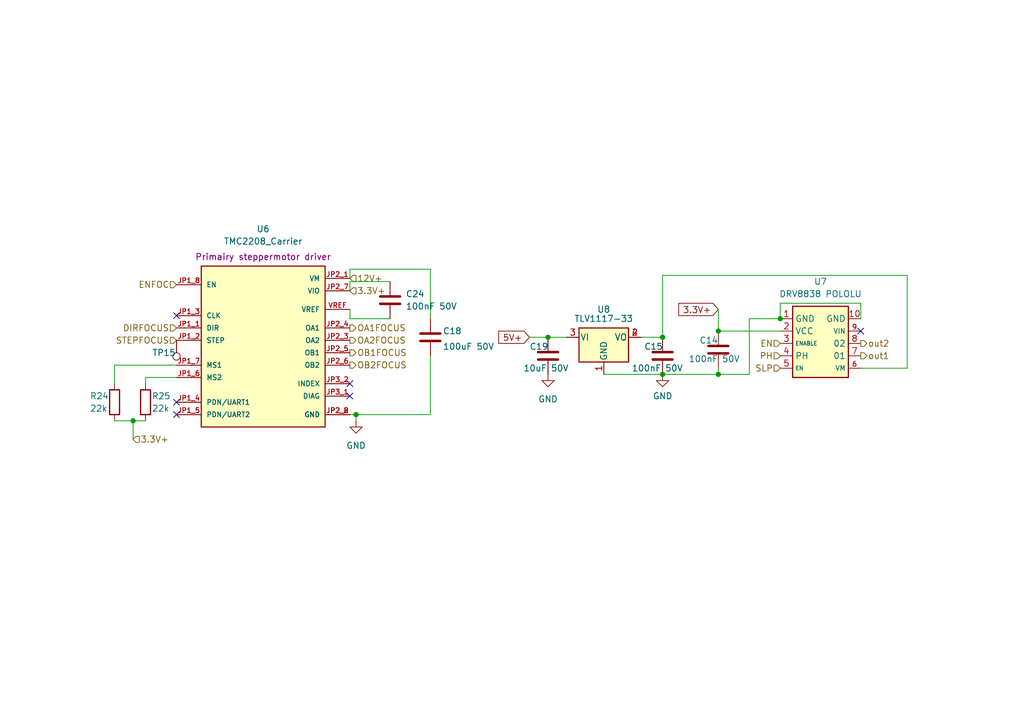
<source format=kicad_sch>
(kicad_sch (version 20211123) (generator eeschema)
  (paper "A5")
  (title_block (title "Rastaban-HAT") (date "2022-11-21") (rev "1.3") (company "HAN") (comment 1 "Casper R. Tak"))
  (lib_symbols
    (symbol "Connector:TestPoint" (pin_numbers hide) (pin_names (offset 0.762) hide)
      (property "Reference" "TP" (at 0 6.858 0))
      (property "Value" "TestPoint" (at 0 5.08 0))
      (symbol "TestPoint_0_1"
        (circle (center 0 3.302) (radius 0.762))
      )
      (symbol "TestPoint_1_1"
        (pin passive line (at 0 0 90) (length 2.54) (name "1") (number "1"))
      )
    )
    (symbol "Device:C" (pin_numbers hide) (pin_names (offset 0.254))
      (property "Reference" "C" (at 0.635 2.54 0))
      (property "Value" "C" (at 0.635 -2.54 0))
      (symbol "C_0_1"
        (polyline (pts (xy -2.032 -0.762) (xy 2.032 -0.762)) (stroke (width 0.508)))
        (polyline (pts (xy -2.032 0.762) (xy 2.032 0.762)) (stroke (width 0.508)))
      )
      (symbol "C_1_1"
        (pin passive line (at 0 3.81 270) (length 2.794) (name "~") (number "1"))
        (pin passive line (at 0 -3.81 90) (length 2.794) (name "~") (number "2"))
      )
    )
    (symbol "Device:R" (pin_numbers hide) (pin_names (offset 0))
      (property "Reference" "R" (at 2.032 0 90))
      (property "Value" "R" (at 0 0 90))
      (symbol "R_0_1"
        (rectangle (start -1.016 -2.54) (end 1.016 2.54) (stroke (width 0.254)))
      )
      (symbol "R_1_1"
        (pin passive line (at 0 3.81 270) (length 1.27) (name "~") (number "1"))
        (pin passive line (at 0 -3.81 90) (length 1.27) (name "~") (number "2"))
      )
    )
    (symbol "Driver_Motor:DRV8838 POLOLU"
      (property "Reference" "U7" (at 0 10.16 0))
      (property "Value" "DRV8838 POLOLU" (at 0 7.62 0))
      (symbol "DRV8838 POLOLU_0_0"
        (pin power_in line (at 8.255 -7.62 180) (length 2.54) (name "VM") (number "6"))
        (pin power_in line (at 8.255 0 180) (length 2.54) (name "VIN") (number "9"))
      )
      (symbol "DRV8838 POLOLU_0_1"
        (rectangle (start -5.715 5.08) (end 5.715 -9.525) (stroke (width 0.254)) (fill (type background)))
      )
      (symbol "DRV8838 POLOLU_1_1"
        (pin power_in line (at -8.255 2.54 0) (length 2.54) (name "GND") (number "1"))
        (pin power_in line (at 8.255 2.54 180) (length 2.54) (name "GND") (number "10"))
        (pin power_in line (at -8.255 0 0) (length 2.54) (name "VCC") (number "2"))
        (pin input line (at -8.255 -2.54 0) (length 2.54) (name "ENABLE") (number "3"))
        (pin input line (at -8.255 -5.08 0) (length 2.54) (name "PH") (number "4"))
        (pin input line (at -8.255 -7.62 0) (length 2.54) (name "EN") (number "5"))
        (pin output line (at 8.255 -5.08 180) (length 2.54) (name "01") (number "7"))
        (pin output line (at 8.255 -2.54 180) (length 2.54) (name "02") (number "8"))
      )
    )
    (symbol "Regulator_Linear:TLV1117-33" (pin_names (offset 0.254))
      (property "Reference" "U8" (at 0 5.715 0))
      (property "Value" "TLV1117-33" (at 0 3.81 0))
      (symbol "TLV1117-33_0_1"
        (rectangle (start -5.08 -5.08) (end 5.08 1.905) (stroke (width 0.254)) (fill (type background)))
      )
      (symbol "TLV1117-33_1_1"
        (pin power_in line (at 0 -7.62 90) (length 2.54) (name "GND") (number "1"))
        (pin power_out line (at 7.62 0 180) (length 2.54) (name "VO") (number "2"))
        (pin power_in line (at -7.62 0 0) (length 2.54) (name "VI") (number "3"))
        (pin power_out line (at 7.62 0 180) (length 2.54) (name "VO") (number "4"))
      )
    )
    (symbol "TMC2208_SILENTSTEPSTICK_1" (pin_names (offset 1.016))
      (property "Reference" "U3" (at 0 25.4 0))
      (property "Value" "TMC2208_Carrier" (at 0 22.86 0))
      (property "Purpose" "Primairy steppermotor driver" (at 0 19.685 0))
      (symbol "TMC2208_SILENTSTEPSTICK_1_0_0"
        (rectangle (start -12.7 17.78) (end 12.7 -15.24) (stroke (width 0.254)) (fill (type background)))
        (pin input line (at -17.78 5.08 0) (length 5.08) (name "DIR") (number "JP1_1"))
        (pin input line (at -17.78 2.54 0) (length 5.08) (name "STEP") (number "JP1_2"))
        (pin input line (at -17.78 7.62 0) (length 5.08) (name "CLK") (number "JP1_3"))
        (pin bidirectional line (at -17.78 -10.16 0) (length 5.08) (name "PDN/UART1") (number "JP1_4"))
        (pin bidirectional line (at -17.78 -12.7 0) (length 5.08) (name "PDN/UART2") (number "JP1_5"))
        (pin input line (at -17.78 -5.08 0) (length 5.08) (name "MS2") (number "JP1_6"))
        (pin input line (at -17.78 -2.54 0) (length 5.08) (name "MS1") (number "JP1_7"))
        (pin input line (at -17.78 13.97 0) (length 5.08) (name "EN") (number "JP1_8"))
        (pin power_in line (at 17.78 15.24 180) (length 5.08) (name "VM") (number "JP2_1"))
        (pin power_in line (at 17.78 -12.7 180) (length 5.08) (name "GND") (number "JP2_2"))
        (pin passive line (at 17.78 2.54 180) (length 5.08) (name "OA2") (number "JP2_3"))
        (pin passive line (at 17.78 5.08 180) (length 5.08) (name "OA1") (number "JP2_4"))
        (pin passive line (at 17.78 0 180) (length 5.08) (name "OB1") (number "JP2_5"))
        (pin passive line (at 17.78 -2.54 180) (length 5.08) (name "OB2") (number "JP2_6"))
        (pin power_in line (at 17.78 12.7 180) (length 5.08) (name "VIO") (number "JP2_7"))
        (pin power_in line (at 17.78 -12.7 180) (length 5.08) (name "GND") (number "JP2_8"))
        (pin output line (at 17.78 -8.89 180) (length 5.08) (name "DIAG") (number "JP3_1"))
        (pin output line (at 17.78 -6.35 180) (length 5.08) (name "INDEX") (number "JP3_2"))
        (pin passive line (at 17.78 8.89 180) (length 5.08) (name "VREF") (number "VREF"))
      )
    )
    (symbol "power:GND" (power) (pin_names (offset 0))
      (property "Value" "GND" (at 0 -3.81 0))
      (symbol "GND_0_1"
        (polyline (pts (xy 0 0) (xy 0 -1.27) (xy 1.27 -1.27) (xy 0 -2.54) (xy -1.27 -1.27) (xy 0 -1.27)))
      )
      (symbol "GND_1_1"
        (pin power_in line (at 0 0 270) (length 0) hide (name "GND") (number "1"))
      )
    )
  )
  (junction (at 73.025 85.09))
  (junction (at 147.32 67.945))
  (junction (at 160.02 65.405))
  (junction (at 135.89 69.215))
  (junction (at 112.395 69.215))
  (junction (at 147.32 76.835))
  (junction (at 27.305 86.36))
  (junction (at 135.89 76.835))
  (no_connect (at 71.755 78.74))
  (no_connect (at 36.195 82.55))
  (no_connect (at 71.755 81.28))
  (no_connect (at 176.53 67.945))
  (no_connect (at 36.195 85.09))
  (no_connect (at 36.195 64.77))
  (wire (pts (xy 147.32 67.945) (xy 160.02 67.945)))
  (wire (pts (xy 160.02 62.23) (xy 160.02 65.405)))
  (wire (pts (xy 135.89 76.835) (xy 147.32 76.835)))
  (wire (pts (xy 71.755 55.245) (xy 71.755 57.15)))
  (wire (pts (xy 176.53 62.23) (xy 160.02 62.23)))
  (wire (pts (xy 71.755 65.405) (xy 80.01 65.405)))
  (wire (pts (xy 147.32 75.565) (xy 147.32 76.835)))
  (wire (pts (xy 153.67 65.405) (xy 160.02 65.405)))
  (wire (pts (xy 135.89 56.515) (xy 186.055 56.515)))
  (wire (pts (xy 186.055 56.515) (xy 186.055 75.565)))
  (wire (pts (xy 36.195 74.93) (xy 23.495 74.93)))
  (wire (pts (xy 147.32 63.5) (xy 147.32 67.945)))
  (wire (pts (xy 186.055 75.565) (xy 176.53 75.565)))
  (wire (pts (xy 135.89 56.515) (xy 135.89 69.215)))
  (wire (pts (xy 108.585 69.215) (xy 112.395 69.215)))
  (wire (pts (xy 88.265 55.245) (xy 88.265 65.405)))
  (wire (pts (xy 73.025 86.36) (xy 73.025 85.09)))
  (wire (pts (xy 71.755 63.5) (xy 71.755 65.405)))
  (wire (pts (xy 153.67 76.835) (xy 153.67 65.405)))
  (wire (pts (xy 176.53 65.405) (xy 176.53 62.23)))
  (wire (pts (xy 23.495 86.36) (xy 27.305 86.36)))
  (wire (pts (xy 88.265 73.025) (xy 88.265 85.09)))
  (wire (pts (xy 71.755 57.785) (xy 71.755 59.69)))
  (wire (pts (xy 36.195 77.47) (xy 29.845 77.47)))
  (wire (pts (xy 27.305 86.36) (xy 29.845 86.36)))
  (wire (pts (xy 123.825 76.835) (xy 135.89 76.835)))
  (wire (pts (xy 29.845 77.47) (xy 29.845 78.74)))
  (wire (pts (xy 88.265 55.245) (xy 71.755 55.245)))
  (wire (pts (xy 88.265 85.09) (xy 73.025 85.09)))
  (wire (pts (xy 23.495 74.93) (xy 23.495 78.74)))
  (wire (pts (xy 131.445 69.215) (xy 135.89 69.215)))
  (wire (pts (xy 112.395 69.215) (xy 116.205 69.215)))
  (wire (pts (xy 73.025 85.09) (xy 71.755 85.09)))
  (wire (pts (xy 71.755 57.785) (xy 80.01 57.785)))
  (wire (pts (xy 27.305 86.36) (xy 27.305 90.17)))
  (wire (pts (xy 147.32 76.835) (xy 153.67 76.835)))
  (global_label "3.3V+" (shape input) (at 147.32 63.5 180) (property "Intersheet References" "${INTERSHEET_REFS}" (effects hide)))
  (global_label "5V+" (shape input) (at 108.585 69.215 180) (property "Intersheet References" "${INTERSHEET_REFS}" (effects hide)))
  (hierarchical_label "OA2FOCUS" (shape output) (at 71.755 69.85 0))
  (hierarchical_label "3.3V+" (shape input) (at 27.305 90.17 0))
  (hierarchical_label "OA1FOCUS" (shape output) (at 71.755 67.31 0))
  (hierarchical_label "OB2FOCUS" (shape output) (at 71.755 74.93 0))
  (hierarchical_label "ENFOC" (shape input) (at 36.195 58.42 180))
  (hierarchical_label "out2" (shape output) (at 176.53 70.485 0))
  (hierarchical_label "3.3V+" (shape input) (at 71.755 59.69 0))
  (hierarchical_label "out1" (shape output) (at 176.53 73.025 0))
  (hierarchical_label "STEPFOCUS" (shape input) (at 36.195 69.85 180))
  (hierarchical_label "OB1FOCUS" (shape output) (at 71.755 72.39 0))
  (hierarchical_label "DIRFOCUS" (shape input) (at 36.195 67.31 180))
  (hierarchical_label "SLP" (shape input) (at 160.02 75.565 180))
  (hierarchical_label "12V+" (shape input) (at 71.755 57.15 0))
  (hierarchical_label "EN" (shape input) (at 160.02 70.485 180))
  (hierarchical_label "PH" (shape input) (at 160.02 73.025 180))
  (symbol (lib_id "power:GND") (at 135.89 76.835 0) (unit 1)
    (property "Reference" "#PWR024" (effects hide))
    (property "Value" "GND" (at 135.89 81.28 0))
  )
  (symbol (lib_id "Driver_Motor:DRV8838 POLOLU") (at 168.275 67.945 0) (unit 1)
    (property "Reference" "U7" (at 168.275 57.785 0))
    (property "Value" "DRV8838 POLOLU" (at 168.275 60.325 0))
    (property "Footprint" "Module:DRV8838 POLOLU" (effects hide))
    (property "Datasheet" "http://www.ti.com/lit/ds/symlink/drv8837.pdf" (effects hide))
    (property "Vanallesenmeer" "https://www.vanallesenmeer.nl/DRV8838-Single-Brushed-DC-Motor-Driver-Carrier-Pololu-2990" (effects hide))
  )
  (symbol (lib_id "Device:C") (at 135.89 73.025 180) (unit 1)
    (property "Reference" "C15" (at 132.08 71.12 0) (effects (justify right)))
    (property "Value" "100nF 50V" (at 129.54 75.565 0) (effects (justify right)))
    (property "Footprint" "Capacitor_SMD:C_0805_2012Metric_Pad1.18x1.45mm_HandSolder" (effects hide))
    (property "Purpose" "decoupling" (effects hide))
    (property "LCSC" "C531179" (effects hide))
  )
  (symbol (lib_id "Device:C") (at 147.32 71.755 0) (unit 1)
    (property "Reference" "C14" (at 147.32 69.85 0) (effects (justify right)))
    (property "Value" "100nF 50V" (at 151.765 73.66 0) (effects (justify right)))
    (property "Footprint" "Capacitor_SMD:C_0805_2012Metric_Pad1.18x1.45mm_HandSolder" (effects hide))
    (property "Purpose" "decoupling" (effects hide))
    (property "LCSC" "C531179" (effects hide))
  )
  (symbol (lib_id "Device:C") (at 88.265 69.215 0) (unit 1)
    (property "Reference" "C18" (at 90.805 67.945 0) (effects (justify left)))
    (property "Value" "100uF 50V" (at 90.805 71.12 0) (effects (justify left)))
    (property "Footprint" "Capacitor_SMD:CP_Elec_8x10" (effects hide))
    (property "Manufacturer_Part_Number" "C525005" (effects hide))
    (property "Purpose" "decoupling" (effects hide))
    (property "LCSC" "C445063" (effects hide))
  )
  (symbol (lib_id "power:GND") (at 112.395 76.835 0) (unit 1)
    (property "Reference" "#PWR023" (effects hide))
    (property "Value" "GND" (at 112.395 81.915 0))
  )
  (symbol (lib_id "power:GND") (at 73.025 86.36 0) (unit 1)
    (property "Reference" "#PWR022" (effects hide))
    (property "Value" "GND" (at 73.025 91.44 0))
  )
  (symbol (lib_name "TMC2208_SILENTSTEPSTICK_1") (lib_id "TMC2208_SILENTSTEPSTICK:TMC2208_SILENTSTEPSTICK") (at 53.975 72.39 0) (unit 1)
    (property "Reference" "U6" (at 53.975 46.99 0))
    (property "Value" "TMC2208_Carrier" (at 53.975 49.53 0))
    (property "Footprint" "SnapEDA Library:MODULE_TMC2208_SILENTSTEPSTICK" (effects hide))
    (property "MANUFACTURER" "Trinamic Motion" (effects hide))
    (property "Purpose" "Primairy steppermotor driver" (at 53.975 52.705 0))
    (property "TinyTronics" "https://www.tinytronics.nl/shop/nl/mechanica-en-actuatoren/motoraansturingen-en-drivers/stappen-motoraansturingen-en-drivers/tmc2208-motor-driver-module" (effects hide))
  )
  (symbol (lib_id "Device:R") (at 23.495 82.55 0) (unit 1)
    (property "Reference" "R24" (at 18.415 81.28 0) (effects (justify left)))
    (property "Value" "22k" (at 18.415 83.82 0) (effects (justify left)))
    (property "Footprint" "Resistor_SMD:R_0805_2012Metric_Pad1.20x1.40mm_HandSolder" (effects hide))
    (property "LCSC" "C114565" (effects hide))
  )
  (symbol (lib_id "Regulator_Linear:TLV1117-33") (at 123.825 69.215 0) (unit 1)
    (property "Reference" "U8" (at 123.825 63.5 0))
    (property "Value" "TLV1117-33" (at 123.825 65.405 0))
    (property "Footprint" "SamacSys_Parts:SOT230P700X180-4N" (effects hide))
    (property "Datasheet" "http://www.ti.com/lit/ds/symlink/tlv1117.pdf" (effects hide))
    (property "LCSC" "C37359" (effects hide))
    (property "Purpose" "Voltage regulator" (effects hide))
  )
  (symbol (lib_id "Connector:TestPoint") (at 36.195 69.85 180) (unit 1)
    (property "Reference" "TP15" (at 33.655 72.39 0))
    (property "Value" "TestPoint" (effects hide))
    (property "Footprint" "TestPoint:TestPoint_THTPad_2.0x2.0mm_Drill1.0mm" (effects hide))
    (property "LCSC" "x" (effects hide))
    (property "Mouser" "x" (effects hide))
  )
  (symbol (lib_id "Device:C") (at 80.01 61.595 0) (unit 1)
    (property "Reference" "C24" (at 83.185 60.3249 0) (effects (justify left)))
    (property "Value" "100nF 50V" (at 83.185 62.8649 0) (effects (justify left)))
    (property "Footprint" "Capacitor_SMD:C_0805_2012Metric_Pad1.18x1.45mm_HandSolder" (effects hide))
    (property "Purpose" "decoupling" (effects hide))
    (property "LCSC" "C531179" (effects hide))
  )
  (symbol (lib_id "Device:R") (at 29.845 82.55 0) (unit 1)
    (property "Reference" "R25" (at 31.115 81.28 0) (effects (justify left)))
    (property "Value" "22k" (at 31.115 83.82 0) (effects (justify left)))
    (property "Footprint" "Resistor_SMD:R_0805_2012Metric_Pad1.20x1.40mm_HandSolder" (effects hide))
    (property "LCSC" "C114565" (effects hide))
  )
  (symbol (lib_id "Device:C") (at 112.395 73.025 0) (unit 1)
    (property "Reference" "C19" (at 108.585 71.12 0) (effects (justify left)))
    (property "Value" "10uF 50V" (at 107.315 75.565 0) (effects (justify left)))
    (property "Footprint" "Capacitor_SMD:C_0805_2012Metric_Pad1.18x1.45mm_HandSolder" (effects hide))
    (property "Manufacturer_Part_Number" "C513765" (effects hide))
    (property "Purpose" "decoupling" (effects hide))
    (property "LCSC" "C17024" (effects hide))
  )
)
</source>
